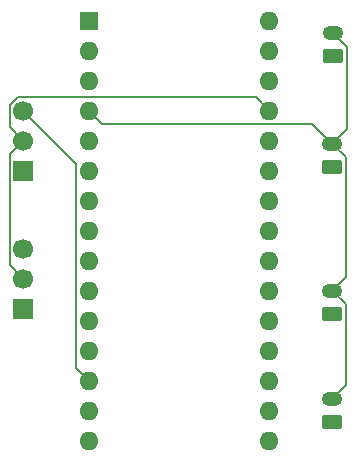
<source format=gbr>
%TF.GenerationSoftware,KiCad,Pcbnew,9.0.6*%
%TF.CreationDate,2025-12-22T16:44:40+00:00*%
%TF.ProjectId,MotorizationKit,4d6f746f-7269-47a6-9174-696f6e4b6974,rev?*%
%TF.SameCoordinates,Original*%
%TF.FileFunction,Copper,L2,Bot*%
%TF.FilePolarity,Positive*%
%FSLAX46Y46*%
G04 Gerber Fmt 4.6, Leading zero omitted, Abs format (unit mm)*
G04 Created by KiCad (PCBNEW 9.0.6) date 2025-12-22 16:44:40*
%MOMM*%
%LPD*%
G01*
G04 APERTURE LIST*
G04 Aperture macros list*
%AMRoundRect*
0 Rectangle with rounded corners*
0 $1 Rounding radius*
0 $2 $3 $4 $5 $6 $7 $8 $9 X,Y pos of 4 corners*
0 Add a 4 corners polygon primitive as box body*
4,1,4,$2,$3,$4,$5,$6,$7,$8,$9,$2,$3,0*
0 Add four circle primitives for the rounded corners*
1,1,$1+$1,$2,$3*
1,1,$1+$1,$4,$5*
1,1,$1+$1,$6,$7*
1,1,$1+$1,$8,$9*
0 Add four rect primitives between the rounded corners*
20,1,$1+$1,$2,$3,$4,$5,0*
20,1,$1+$1,$4,$5,$6,$7,0*
20,1,$1+$1,$6,$7,$8,$9,0*
20,1,$1+$1,$8,$9,$2,$3,0*%
G04 Aperture macros list end*
%TA.AperFunction,ComponentPad*%
%ADD10R,1.700000X1.700000*%
%TD*%
%TA.AperFunction,ComponentPad*%
%ADD11C,1.700000*%
%TD*%
%TA.AperFunction,ComponentPad*%
%ADD12RoundRect,0.250000X0.625000X-0.350000X0.625000X0.350000X-0.625000X0.350000X-0.625000X-0.350000X0*%
%TD*%
%TA.AperFunction,ComponentPad*%
%ADD13O,1.750000X1.200000*%
%TD*%
%TA.AperFunction,ComponentPad*%
%ADD14R,1.600000X1.600000*%
%TD*%
%TA.AperFunction,ComponentPad*%
%ADD15O,1.600000X1.600000*%
%TD*%
%TA.AperFunction,Conductor*%
%ADD16C,0.200000*%
%TD*%
G04 APERTURE END LIST*
D10*
%TO.P,ServoL1,1,Pin_1*%
%TO.N,GND*%
X140716000Y-119888000D03*
D11*
%TO.P,ServoL1,2,Pin_2*%
%TO.N,5V*%
X140716000Y-117348000D03*
%TO.P,ServoL1,3,Pin_3*%
%TO.N,Servo1*%
X140716000Y-114808000D03*
%TD*%
D12*
%TO.P,LedL1,1,Pin_1*%
%TO.N,Led1*%
X166878000Y-129508000D03*
D13*
%TO.P,LedL1,2,Pin_2*%
%TO.N,GND*%
X166878000Y-127508000D03*
%TD*%
D12*
%TO.P,PWR1,1,Pin_1*%
%TO.N,5V*%
X166878000Y-107918000D03*
D13*
%TO.P,PWR1,2,Pin_2*%
%TO.N,GND*%
X166878000Y-105918000D03*
%TD*%
D12*
%TO.P,Switch1,1,Pin_1*%
%TO.N,Sw*%
X166968000Y-98536000D03*
D13*
%TO.P,Switch1,2,Pin_2*%
%TO.N,GND*%
X166968000Y-96536000D03*
%TD*%
D12*
%TO.P,LedR1,1,Pin_1*%
%TO.N,Led2*%
X166878000Y-120364000D03*
D13*
%TO.P,LedR1,2,Pin_2*%
%TO.N,GND*%
X166878000Y-118364000D03*
%TD*%
D14*
%TO.P,A1,1,D1/TX*%
%TO.N,unconnected-(A1-D1{slash}TX-Pad1)*%
X146304000Y-95504000D03*
D15*
%TO.P,A1,2,D0/RX*%
%TO.N,unconnected-(A1-D0{slash}RX-Pad2)*%
X146304000Y-98044000D03*
%TO.P,A1,3,~{RESET}*%
%TO.N,unconnected-(A1-~{RESET}-Pad3)*%
X146304000Y-100584000D03*
%TO.P,A1,4,GND*%
%TO.N,GND*%
X146304000Y-103124000D03*
%TO.P,A1,5,D2*%
%TO.N,Sw*%
X146304000Y-105664000D03*
%TO.P,A1,6,D3*%
%TO.N,Led1*%
X146304000Y-108204000D03*
%TO.P,A1,7,D4*%
%TO.N,unconnected-(A1-D4-Pad7)*%
X146304000Y-110744000D03*
%TO.P,A1,8,D5*%
%TO.N,unconnected-(A1-D5-Pad8)*%
X146304000Y-113284000D03*
%TO.P,A1,9,D6*%
%TO.N,Led2*%
X146304000Y-115824000D03*
%TO.P,A1,10,D7*%
%TO.N,unconnected-(A1-D7-Pad10)*%
X146304000Y-118364000D03*
%TO.P,A1,11,D8*%
%TO.N,unconnected-(A1-D8-Pad11)*%
X146304000Y-120904000D03*
%TO.P,A1,12,D9*%
%TO.N,Servo1*%
X146304000Y-123444000D03*
%TO.P,A1,13,D10*%
%TO.N,Servo2*%
X146304000Y-125984000D03*
%TO.P,A1,14,D11*%
%TO.N,unconnected-(A1-D11-Pad14)*%
X146304000Y-128524000D03*
%TO.P,A1,15,D12*%
%TO.N,unconnected-(A1-D12-Pad15)*%
X146304000Y-131064000D03*
%TO.P,A1,16,D13*%
%TO.N,unconnected-(A1-D13-Pad16)*%
X161544000Y-131064000D03*
%TO.P,A1,17,3V3*%
%TO.N,unconnected-(A1-3V3-Pad17)*%
X161544000Y-128524000D03*
%TO.P,A1,18,AREF*%
%TO.N,unconnected-(A1-AREF-Pad18)*%
X161544000Y-125984000D03*
%TO.P,A1,19,A0*%
%TO.N,unconnected-(A1-A0-Pad19)*%
X161544000Y-123444000D03*
%TO.P,A1,20,A1*%
%TO.N,unconnected-(A1-A1-Pad20)*%
X161544000Y-120904000D03*
%TO.P,A1,21,A2*%
%TO.N,unconnected-(A1-A2-Pad21)*%
X161544000Y-118364000D03*
%TO.P,A1,22,A3*%
%TO.N,unconnected-(A1-A3-Pad22)*%
X161544000Y-115824000D03*
%TO.P,A1,23,A4*%
%TO.N,unconnected-(A1-A4-Pad23)*%
X161544000Y-113284000D03*
%TO.P,A1,24,A5*%
%TO.N,unconnected-(A1-A5-Pad24)*%
X161544000Y-110744000D03*
%TO.P,A1,25,A6*%
%TO.N,unconnected-(A1-A6-Pad25)*%
X161544000Y-108204000D03*
%TO.P,A1,26,A7*%
%TO.N,unconnected-(A1-A7-Pad26)*%
X161544000Y-105664000D03*
%TO.P,A1,27,+5V*%
%TO.N,5V*%
X161544000Y-103124000D03*
%TO.P,A1,28,~{RESET}*%
%TO.N,unconnected-(A1-~{RESET}-Pad28)*%
X161544000Y-100584000D03*
%TO.P,A1,29,GND*%
%TO.N,unconnected-(A1-GND-Pad29)*%
X161544000Y-98044000D03*
%TO.P,A1,30,VIN*%
%TO.N,unconnected-(A1-VIN-Pad30)*%
X161544000Y-95504000D03*
%TD*%
D10*
%TO.P,ServoR1,1,Pin_1*%
%TO.N,GND*%
X140716000Y-108204000D03*
D11*
%TO.P,ServoR1,2,Pin_2*%
%TO.N,5V*%
X140716000Y-105664000D03*
%TO.P,ServoR1,3,Pin_3*%
%TO.N,Servo2*%
X140716000Y-103124000D03*
%TD*%
D16*
%TO.N,5V*%
X140716000Y-105664000D02*
X139565000Y-104513000D01*
X139565000Y-102647240D02*
X140239240Y-101973000D01*
X160393000Y-101973000D02*
X161544000Y-103124000D01*
X139565000Y-106815000D02*
X140716000Y-105664000D01*
X139565000Y-104513000D02*
X139565000Y-102647240D01*
X140716000Y-117348000D02*
X139565000Y-116197000D01*
X140239240Y-101973000D02*
X160393000Y-101973000D01*
X139565000Y-116197000D02*
X139565000Y-106815000D01*
%TO.N,Servo2*%
X140716000Y-103124000D02*
X145203000Y-107611000D01*
X145203000Y-107611000D02*
X145203000Y-124883000D01*
X145203000Y-124883000D02*
X146304000Y-125984000D01*
%TO.N,GND*%
X168144000Y-97712000D02*
X168144000Y-104652000D01*
X147405000Y-104225000D02*
X165185000Y-104225000D01*
X146304000Y-103124000D02*
X147405000Y-104225000D01*
X168054000Y-107094000D02*
X168054000Y-117188000D01*
X166878000Y-118364000D02*
X168054000Y-119540000D01*
X168054000Y-117188000D02*
X166878000Y-118364000D01*
X166968000Y-96536000D02*
X168144000Y-97712000D01*
X166878000Y-105918000D02*
X168054000Y-107094000D01*
X165185000Y-104225000D02*
X166878000Y-105918000D01*
X168054000Y-119540000D02*
X168054000Y-126332000D01*
X168144000Y-104652000D02*
X166878000Y-105918000D01*
X168054000Y-126332000D02*
X166878000Y-127508000D01*
%TD*%
M02*

</source>
